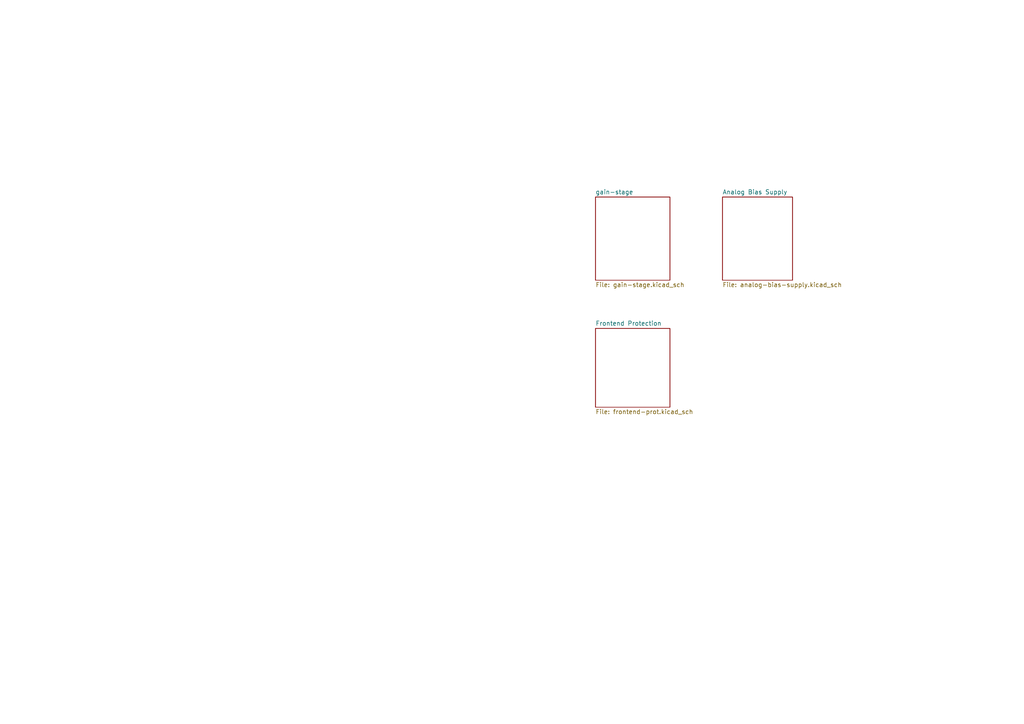
<source format=kicad_sch>
(kicad_sch
	(version 20250114)
	(generator "eeschema")
	(generator_version "9.0")
	(uuid "92a9ba36-35f6-42b7-8aa8-0417f7b683a2")
	(paper "A4")
	(lib_symbols)
	(sheet
		(at 209.55 57.15)
		(size 20.32 24.13)
		(exclude_from_sim no)
		(in_bom yes)
		(on_board yes)
		(dnp no)
		(fields_autoplaced yes)
		(stroke
			(width 0.1524)
			(type solid)
		)
		(fill
			(color 0 0 0 0.0000)
		)
		(uuid "0dfae5d7-0a36-4d28-860d-f8cb9a44728a")
		(property "Sheetname" "Analog Bias Supply"
			(at 209.55 56.4384 0)
			(effects
				(font
					(size 1.27 1.27)
				)
				(justify left bottom)
			)
		)
		(property "Sheetfile" "analog-bias-supply.kicad_sch"
			(at 209.55 81.8646 0)
			(effects
				(font
					(size 1.27 1.27)
				)
				(justify left top)
			)
		)
		(instances
			(project "tin-snipe-afe"
				(path "/92a9ba36-35f6-42b7-8aa8-0417f7b683a2"
					(page "4")
				)
			)
		)
	)
	(sheet
		(at 172.72 57.15)
		(size 21.59 24.13)
		(exclude_from_sim no)
		(in_bom yes)
		(on_board yes)
		(dnp no)
		(fields_autoplaced yes)
		(stroke
			(width 0.1524)
			(type solid)
		)
		(fill
			(color 0 0 0 0.0000)
		)
		(uuid "bc81d35f-bf38-4dfb-9bb9-fba9f170cc51")
		(property "Sheetname" "gain-stage"
			(at 172.72 56.4384 0)
			(effects
				(font
					(size 1.27 1.27)
				)
				(justify left bottom)
			)
		)
		(property "Sheetfile" "gain-stage.kicad_sch"
			(at 172.72 81.8646 0)
			(effects
				(font
					(size 1.27 1.27)
				)
				(justify left top)
			)
		)
		(instances
			(project "tin-snipe-afe"
				(path "/92a9ba36-35f6-42b7-8aa8-0417f7b683a2"
					(page "2")
				)
			)
		)
	)
	(sheet
		(at 172.72 95.25)
		(size 21.59 22.86)
		(exclude_from_sim no)
		(in_bom yes)
		(on_board yes)
		(dnp no)
		(fields_autoplaced yes)
		(stroke
			(width 0.1524)
			(type solid)
		)
		(fill
			(color 0 0 0 0.0000)
		)
		(uuid "cefcb644-9ffd-4253-b307-bc6d7222297b")
		(property "Sheetname" "Frontend Protection"
			(at 172.72 94.5384 0)
			(effects
				(font
					(size 1.27 1.27)
				)
				(justify left bottom)
			)
		)
		(property "Sheetfile" "frontend-prot.kicad_sch"
			(at 172.72 118.6946 0)
			(effects
				(font
					(size 1.27 1.27)
				)
				(justify left top)
			)
		)
		(instances
			(project "tin-snipe-afe"
				(path "/92a9ba36-35f6-42b7-8aa8-0417f7b683a2"
					(page "3")
				)
			)
		)
	)
	(sheet_instances
		(path "/"
			(page "1")
		)
	)
	(embedded_fonts no)
)

</source>
